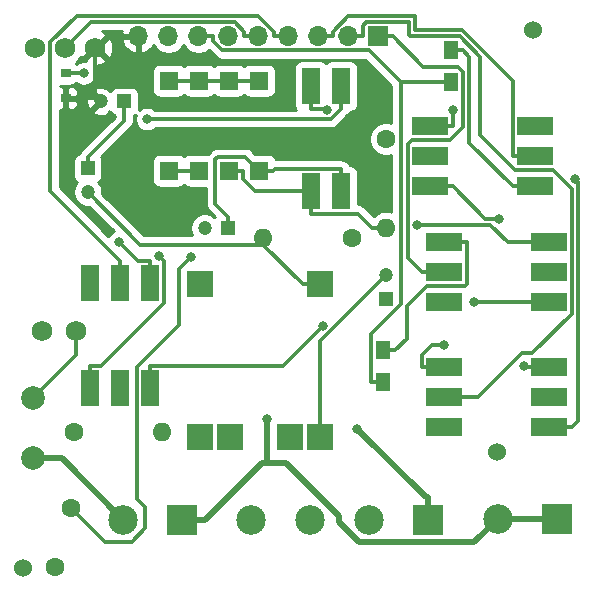
<source format=gtl>
G04 #@! TF.GenerationSoftware,KiCad,Pcbnew,5.1.6-c6e7f7d~87~ubuntu18.04.1*
G04 #@! TF.CreationDate,2020-10-13T20:33:34+05:30*
G04 #@! TF.ProjectId,BackEnd_4S_v1,4261636b-456e-4645-9f34-535f76312e6b,rev?*
G04 #@! TF.SameCoordinates,Original*
G04 #@! TF.FileFunction,Copper,L1,Top*
G04 #@! TF.FilePolarity,Positive*
%FSLAX46Y46*%
G04 Gerber Fmt 4.6, Leading zero omitted, Abs format (unit mm)*
G04 Created by KiCad (PCBNEW 5.1.6-c6e7f7d~87~ubuntu18.04.1) date 2020-10-13 20:33:34*
%MOMM*%
%LPD*%
G01*
G04 APERTURE LIST*
G04 #@! TA.AperFunction,ComponentPad*
%ADD10R,1.200000X1.200000*%
G04 #@! TD*
G04 #@! TA.AperFunction,ComponentPad*
%ADD11C,1.200000*%
G04 #@! TD*
G04 #@! TA.AperFunction,ComponentPad*
%ADD12C,1.750000*%
G04 #@! TD*
G04 #@! TA.AperFunction,ComponentPad*
%ADD13C,1.524000*%
G04 #@! TD*
G04 #@! TA.AperFunction,SMDPad,CuDef*
%ADD14R,1.600000X3.100000*%
G04 #@! TD*
G04 #@! TA.AperFunction,SMDPad,CuDef*
%ADD15R,1.600000X1.600000*%
G04 #@! TD*
G04 #@! TA.AperFunction,ComponentPad*
%ADD16C,2.000000*%
G04 #@! TD*
G04 #@! TA.AperFunction,SMDPad,CuDef*
%ADD17R,3.100000X1.600000*%
G04 #@! TD*
G04 #@! TA.AperFunction,ComponentPad*
%ADD18R,1.700000X1.700000*%
G04 #@! TD*
G04 #@! TA.AperFunction,ComponentPad*
%ADD19O,1.700000X1.700000*%
G04 #@! TD*
G04 #@! TA.AperFunction,ComponentPad*
%ADD20C,1.600000*%
G04 #@! TD*
G04 #@! TA.AperFunction,ComponentPad*
%ADD21O,1.600000X1.600000*%
G04 #@! TD*
G04 #@! TA.AperFunction,SMDPad,CuDef*
%ADD22R,0.900000X0.800000*%
G04 #@! TD*
G04 #@! TA.AperFunction,ComponentPad*
%ADD23C,2.500000*%
G04 #@! TD*
G04 #@! TA.AperFunction,ComponentPad*
%ADD24R,2.500000X2.500000*%
G04 #@! TD*
G04 #@! TA.AperFunction,SMDPad,CuDef*
%ADD25R,1.300000X1.500000*%
G04 #@! TD*
G04 #@! TA.AperFunction,ComponentPad*
%ADD26R,2.286000X2.286000*%
G04 #@! TD*
G04 #@! TA.AperFunction,ViaPad*
%ADD27C,0.800000*%
G04 #@! TD*
G04 #@! TA.AperFunction,Conductor*
%ADD28C,0.300000*%
G04 #@! TD*
G04 #@! TA.AperFunction,Conductor*
%ADD29C,0.500000*%
G04 #@! TD*
G04 #@! TA.AperFunction,Conductor*
%ADD30C,0.254000*%
G04 #@! TD*
G04 APERTURE END LIST*
D10*
X174160000Y-55339000D03*
D11*
X174160000Y-57339000D03*
D12*
X170308000Y-69140700D03*
X173168000Y-69140700D03*
X172278000Y-45140700D03*
X169738000Y-45140700D03*
X174818000Y-45140700D03*
D13*
X208788000Y-79306400D03*
X168694000Y-89159100D03*
X211894000Y-43596600D03*
D14*
X195610000Y-48369200D03*
X193070000Y-57259200D03*
X193070000Y-48369200D03*
X195610000Y-57259200D03*
D10*
X177264000Y-49662100D03*
D11*
X175264000Y-49662100D03*
D10*
X199400000Y-66400700D03*
D11*
X199400000Y-64400700D03*
D10*
X186063000Y-60383400D03*
D11*
X184063000Y-60383400D03*
D15*
X181049000Y-55524400D03*
X188669000Y-47904400D03*
X183589000Y-55524400D03*
X186129000Y-47904400D03*
X186129000Y-55524400D03*
X183589000Y-47904400D03*
X188669000Y-55524400D03*
X181049000Y-47904400D03*
D16*
X169515000Y-79883000D03*
X169525000Y-74803000D03*
D14*
X179460000Y-65067200D03*
X174380000Y-73957200D03*
X176920000Y-65067200D03*
X176920000Y-73957200D03*
X174380000Y-65067200D03*
X179460000Y-73957200D03*
D17*
X212060000Y-56852800D03*
X203170000Y-51772800D03*
X212060000Y-54312800D03*
X203170000Y-54312800D03*
X212060000Y-51772800D03*
X203170000Y-56852800D03*
X204353000Y-72143600D03*
X213243000Y-77223600D03*
X204353000Y-74683600D03*
X213243000Y-74683600D03*
X204353000Y-77223600D03*
X213243000Y-72143600D03*
X204353000Y-61589900D03*
X213243000Y-66669900D03*
X204353000Y-64129900D03*
X213243000Y-64129900D03*
X204353000Y-66669900D03*
X213243000Y-61589900D03*
D18*
X198780000Y-44145200D03*
D19*
X196240000Y-44145200D03*
X193700000Y-44145200D03*
X191160000Y-44145200D03*
X188620000Y-44145200D03*
X186080000Y-44145200D03*
X183540000Y-44145200D03*
X181000000Y-44145200D03*
X178460000Y-44145200D03*
D20*
X199410000Y-52857400D03*
D21*
X199410000Y-60357400D03*
X180479000Y-77683400D03*
D20*
X172979000Y-77683400D03*
D21*
X188997000Y-61206400D03*
D20*
X196497000Y-61206400D03*
D22*
X172281000Y-49383700D03*
X172281000Y-47283700D03*
D23*
X177179000Y-85095100D03*
D24*
X182179000Y-85095100D03*
X213886000Y-85013800D03*
D23*
X208886000Y-85013800D03*
X197964000Y-85095100D03*
D24*
X202964000Y-85095100D03*
D23*
X192964000Y-85095100D03*
X187964000Y-85095100D03*
D25*
X199179000Y-70747900D03*
X199179000Y-73447900D03*
X204899000Y-48047900D03*
X204899000Y-45347900D03*
D26*
X193858000Y-65131700D03*
X183678000Y-65131700D03*
X193838000Y-78051700D03*
X191298000Y-78051700D03*
X186218000Y-78051700D03*
X183678000Y-78051700D03*
D20*
X171412000Y-89051100D03*
X172712000Y-84051100D03*
D27*
X173834600Y-47283700D03*
X182885200Y-62855200D03*
X189357600Y-76534800D03*
X196992700Y-77413900D03*
X202053300Y-60093500D03*
X211086100Y-72092100D03*
X208994900Y-59591100D03*
X194089700Y-68645900D03*
X179204600Y-51152200D03*
X194423500Y-50387500D03*
X206884300Y-66669900D03*
X204293100Y-70286900D03*
X215409400Y-56245700D03*
X205070300Y-50419400D03*
X176825900Y-61565400D03*
X180186700Y-62767500D03*
D28*
X193070000Y-57259200D02*
X193070000Y-59159500D01*
X199410000Y-60357400D02*
X198259700Y-60357400D01*
X198259700Y-60357400D02*
X197061800Y-59159500D01*
X197061800Y-59159500D02*
X193070000Y-59159500D01*
X186129000Y-55524400D02*
X187279300Y-55524400D01*
X187279300Y-55524400D02*
X187279300Y-56243300D01*
X187279300Y-56243300D02*
X188295200Y-57259200D01*
X188295200Y-57259200D02*
X193070000Y-57259200D01*
X174818000Y-49383700D02*
X174985600Y-49383700D01*
X174985600Y-49383700D02*
X175264000Y-49662100D01*
X172281000Y-49383700D02*
X174818000Y-49383700D01*
X174818000Y-49383700D02*
X174818000Y-45140700D01*
X172281000Y-47283700D02*
X173834600Y-47283700D01*
D29*
X177179000Y-85095100D02*
X171966900Y-79883000D01*
X171966900Y-79883000D02*
X169515000Y-79883000D01*
D28*
X174160000Y-55339000D02*
X174160000Y-54388700D01*
X174160000Y-54388700D02*
X177264000Y-51284700D01*
X177264000Y-51284700D02*
X177264000Y-49662100D01*
X172712000Y-84051100D02*
X175611800Y-86950900D01*
X175611800Y-86950900D02*
X177869900Y-86950900D01*
X177869900Y-86950900D02*
X179010200Y-85810600D01*
X179010200Y-85810600D02*
X179010200Y-83995300D01*
X179010200Y-83995300D02*
X178309600Y-83294700D01*
X178309600Y-83294700D02*
X178309600Y-72137500D01*
X178309600Y-72137500D02*
X181851500Y-68595600D01*
X181851500Y-68595600D02*
X181851500Y-63888900D01*
X181851500Y-63888900D02*
X182885200Y-62855200D01*
D29*
X208886000Y-85013800D02*
X211985700Y-85013800D01*
X189357600Y-80268400D02*
X190950700Y-80268400D01*
X190950700Y-80268400D02*
X195464000Y-84781700D01*
X195464000Y-84781700D02*
X195464000Y-85310700D01*
X195464000Y-85310700D02*
X197148800Y-86995500D01*
X197148800Y-86995500D02*
X206904300Y-86995500D01*
X206904300Y-86995500D02*
X208886000Y-85013800D01*
X213886000Y-85013800D02*
X211985700Y-85013800D01*
X189357600Y-80268400D02*
X188906000Y-80268400D01*
X188906000Y-80268400D02*
X184079300Y-85095100D01*
X189357600Y-80268400D02*
X189357600Y-76534800D01*
X182179000Y-85095100D02*
X184079300Y-85095100D01*
D28*
X169525000Y-74803000D02*
X173168000Y-71160000D01*
X173168000Y-71160000D02*
X173168000Y-69140700D01*
X183589000Y-55524400D02*
X181049000Y-55524400D01*
X186129000Y-47904400D02*
X188669000Y-47904400D01*
X183589000Y-47904400D02*
X186129000Y-47904400D01*
X181049000Y-47904400D02*
X183589000Y-47904400D01*
X210943500Y-70968700D02*
X207228600Y-74683600D01*
X207228600Y-74683600D02*
X204353000Y-74683600D01*
X207400200Y-45884200D02*
X207400200Y-52500600D01*
X210362800Y-55463200D02*
X213546500Y-55463200D01*
X211798000Y-70968700D02*
X210943500Y-70968700D01*
X215143400Y-57060100D02*
X215143400Y-67623300D01*
X207400200Y-52500600D02*
X210362800Y-55463200D01*
X201430860Y-44126180D02*
X205642180Y-44126180D01*
X205642180Y-44126180D02*
X207400200Y-45884200D01*
X213546500Y-55463200D02*
X215143400Y-57060100D01*
X215143400Y-67623300D02*
X211798000Y-70968700D01*
X197740500Y-42944800D02*
X201321420Y-42944800D01*
X196240000Y-44145200D02*
X197440300Y-44145200D01*
X197440300Y-44145200D02*
X197440300Y-43245000D01*
X197440300Y-43245000D02*
X197740500Y-42944800D01*
X201321420Y-44016740D02*
X201430860Y-44126180D01*
X201321420Y-42944800D02*
X201321420Y-44016740D01*
X204353000Y-64129900D02*
X202452700Y-64129900D01*
X198780000Y-44145200D02*
X199980300Y-44145200D01*
X199980300Y-44145200D02*
X202585000Y-46749900D01*
X202585000Y-46749900D02*
X205496700Y-46749900D01*
X205496700Y-46749900D02*
X205938200Y-47191400D01*
X205938200Y-47191400D02*
X205938200Y-51851900D01*
X205938200Y-51851900D02*
X204866900Y-52923200D01*
X204866900Y-52923200D02*
X201616700Y-52923200D01*
X201616700Y-52923200D02*
X201269600Y-53270300D01*
X201269600Y-53270300D02*
X201269600Y-62946800D01*
X201269600Y-62946800D02*
X202452700Y-64129900D01*
X210159700Y-54312800D02*
X212060000Y-54312800D01*
X205849670Y-43626170D02*
X210159700Y-47936200D01*
X210159700Y-47936200D02*
X210159700Y-54312800D01*
X201913890Y-43626170D02*
X205849670Y-43626170D01*
X193700000Y-44145200D02*
X194900300Y-44145200D01*
X194900300Y-44145200D02*
X194900300Y-43770100D01*
X194900300Y-43770100D02*
X196225900Y-42444500D01*
X196225900Y-42444500D02*
X201880300Y-42444500D01*
X201880300Y-42444500D02*
X201880300Y-43592580D01*
X201880300Y-43592580D02*
X201913890Y-43626170D01*
X176920000Y-65067200D02*
X176920000Y-63166900D01*
X191160000Y-44145200D02*
X189959700Y-44145200D01*
X189959700Y-44145200D02*
X189959700Y-43770100D01*
X189959700Y-43770100D02*
X188595000Y-42405400D01*
X188595000Y-42405400D02*
X173258600Y-42405400D01*
X173258600Y-42405400D02*
X171008000Y-44656000D01*
X171008000Y-44656000D02*
X171008000Y-57254900D01*
X171008000Y-57254900D02*
X176920000Y-63166900D01*
X188620000Y-44145200D02*
X187419700Y-44145200D01*
X187419700Y-44145200D02*
X187419700Y-43770000D01*
X187419700Y-43770000D02*
X186594600Y-42944900D01*
X186594600Y-42944900D02*
X174473800Y-42944900D01*
X174473800Y-42944900D02*
X172278000Y-45140700D01*
D29*
X196992700Y-77413900D02*
X202773600Y-83194800D01*
X202773600Y-83194800D02*
X202964000Y-83194800D01*
X202964000Y-85095100D02*
X202964000Y-83194800D01*
D28*
X213243000Y-61589900D02*
X209717700Y-61589900D01*
X209717700Y-61589900D02*
X208221300Y-60093500D01*
X208221300Y-60093500D02*
X202053300Y-60093500D01*
X211086100Y-72092100D02*
X211291200Y-72092100D01*
X211291200Y-72092100D02*
X211342700Y-72143600D01*
X213243000Y-72143600D02*
X211342700Y-72143600D01*
X203170000Y-56852800D02*
X205070300Y-56852800D01*
X208994900Y-59591100D02*
X207808600Y-59591100D01*
X207808600Y-59591100D02*
X205070300Y-56852800D01*
X194089700Y-68645900D02*
X190678700Y-72056900D01*
X190678700Y-72056900D02*
X179460000Y-72056900D01*
X179460000Y-73957200D02*
X179460000Y-72056900D01*
X199179000Y-70747900D02*
X200179300Y-70747900D01*
X200179300Y-70747900D02*
X201165100Y-69762100D01*
X201165100Y-69762100D02*
X201165100Y-67001500D01*
X201165100Y-67001500D02*
X202886300Y-65280300D01*
X202886300Y-65280300D02*
X206117600Y-65280300D01*
X206117600Y-65280300D02*
X206253300Y-65144600D01*
X206253300Y-65144600D02*
X206253300Y-61589900D01*
X204353000Y-61589900D02*
X206253300Y-61589900D01*
X183540000Y-44145200D02*
X184740300Y-44145200D01*
X184740300Y-44145200D02*
X184740300Y-44520400D01*
X184740300Y-44520400D02*
X185565400Y-45345500D01*
X185565400Y-45345500D02*
X197962400Y-45345500D01*
X197962400Y-45345500D02*
X200664800Y-48047900D01*
X199179000Y-73447900D02*
X198178700Y-73447900D01*
X200664800Y-48047900D02*
X200664800Y-66852300D01*
X200664800Y-66852300D02*
X198178700Y-69338400D01*
X198178700Y-69338400D02*
X198178700Y-73447900D01*
X200664800Y-48047900D02*
X204075700Y-48047900D01*
X204899000Y-48047900D02*
X204075700Y-48047900D01*
X179204600Y-51152200D02*
X194727300Y-51152200D01*
X194727300Y-51152200D02*
X195610000Y-50269500D01*
X195610000Y-48369200D02*
X195610000Y-50269500D01*
X193070000Y-50269500D02*
X194305500Y-50269500D01*
X194305500Y-50269500D02*
X194423500Y-50387500D01*
X193070000Y-48369200D02*
X193070000Y-50269500D01*
X213243000Y-66669900D02*
X206884300Y-66669900D01*
X202452700Y-72143600D02*
X202452700Y-71161500D01*
X202452700Y-71161500D02*
X203327300Y-70286900D01*
X203327300Y-70286900D02*
X204293100Y-70286900D01*
X204353000Y-72143600D02*
X202452700Y-72143600D01*
X215143300Y-77223600D02*
X215643800Y-76723100D01*
X215643800Y-76723100D02*
X215643800Y-56480100D01*
X215643800Y-56480100D02*
X215409400Y-56245700D01*
X213243000Y-77223600D02*
X215143300Y-77223600D01*
X212060000Y-56852800D02*
X210159700Y-56852800D01*
X204899000Y-45347900D02*
X205899300Y-45347900D01*
X205899300Y-45347900D02*
X206452000Y-45900600D01*
X206452000Y-45900600D02*
X206452000Y-53145100D01*
X206452000Y-53145100D02*
X210159700Y-56852800D01*
X205070300Y-51772800D02*
X205070300Y-50419400D01*
X203170000Y-51772800D02*
X205070300Y-51772800D01*
X179460000Y-65067200D02*
X179460000Y-63166900D01*
X176825900Y-61565400D02*
X178427400Y-63166900D01*
X178427400Y-63166900D02*
X179460000Y-63166900D01*
X174380000Y-72056900D02*
X175315700Y-72056900D01*
X175315700Y-72056900D02*
X180610400Y-66762200D01*
X180610400Y-66762200D02*
X180610400Y-63191200D01*
X180610400Y-63191200D02*
X180186700Y-62767500D01*
X174380000Y-73957200D02*
X174380000Y-72056900D01*
X188997000Y-61781500D02*
X178602500Y-61781500D01*
X178602500Y-61781500D02*
X174160000Y-57339000D01*
X193858000Y-65131700D02*
X192364700Y-65131700D01*
X192364700Y-65131700D02*
X189014500Y-61781500D01*
X189014500Y-61781500D02*
X188997000Y-61781500D01*
X188997000Y-61206400D02*
X188997000Y-61781500D01*
X193838000Y-78051700D02*
X193838000Y-69962700D01*
X193838000Y-69962700D02*
X199400000Y-64400700D01*
X186063000Y-60383400D02*
X186063000Y-59433100D01*
X186063000Y-59433100D02*
X184978600Y-58348700D01*
X184978600Y-58348700D02*
X184978600Y-54577800D01*
X184978600Y-54577800D02*
X185182400Y-54374000D01*
X185182400Y-54374000D02*
X187518600Y-54374000D01*
X187518600Y-54374000D02*
X188669000Y-55524400D01*
X188669000Y-55524400D02*
X189819300Y-55524400D01*
X195610000Y-57259200D02*
X195610000Y-55358900D01*
X195610000Y-55358900D02*
X189984800Y-55358900D01*
X189984800Y-55358900D02*
X189819300Y-55524400D01*
D30*
G36*
X177018519Y-43788309D02*
G01*
X177139186Y-44018200D01*
X178333000Y-44018200D01*
X178333000Y-43998200D01*
X178587000Y-43998200D01*
X178587000Y-44018200D01*
X178607000Y-44018200D01*
X178607000Y-44272200D01*
X178587000Y-44272200D01*
X178587000Y-45465355D01*
X178816890Y-45586676D01*
X178964099Y-45542025D01*
X179226920Y-45416841D01*
X179460269Y-45242788D01*
X179655178Y-45026555D01*
X179724805Y-44909666D01*
X179846525Y-45091832D01*
X180053368Y-45298675D01*
X180296589Y-45461190D01*
X180566842Y-45573132D01*
X180853740Y-45630200D01*
X181146260Y-45630200D01*
X181433158Y-45573132D01*
X181703411Y-45461190D01*
X181946632Y-45298675D01*
X182153475Y-45091832D01*
X182270000Y-44917440D01*
X182386525Y-45091832D01*
X182593368Y-45298675D01*
X182836589Y-45461190D01*
X183106842Y-45573132D01*
X183393740Y-45630200D01*
X183686260Y-45630200D01*
X183973158Y-45573132D01*
X184243411Y-45461190D01*
X184439746Y-45330003D01*
X184983053Y-45873310D01*
X185007636Y-45903264D01*
X185127167Y-46001362D01*
X185263540Y-46074254D01*
X185411513Y-46119142D01*
X185486426Y-46126520D01*
X185526839Y-46130500D01*
X185526844Y-46130500D01*
X185565400Y-46134297D01*
X185603956Y-46130500D01*
X197637243Y-46130500D01*
X199879800Y-48373057D01*
X199879800Y-51498766D01*
X199828574Y-51477547D01*
X199551335Y-51422400D01*
X199268665Y-51422400D01*
X198991426Y-51477547D01*
X198730273Y-51585720D01*
X198495241Y-51742763D01*
X198295363Y-51942641D01*
X198138320Y-52177673D01*
X198030147Y-52438826D01*
X197975000Y-52716065D01*
X197975000Y-52998735D01*
X198030147Y-53275974D01*
X198138320Y-53537127D01*
X198295363Y-53772159D01*
X198495241Y-53972037D01*
X198730273Y-54129080D01*
X198991426Y-54237253D01*
X199268665Y-54292400D01*
X199551335Y-54292400D01*
X199828574Y-54237253D01*
X199879800Y-54216034D01*
X199879801Y-58998766D01*
X199828574Y-58977547D01*
X199551335Y-58922400D01*
X199268665Y-58922400D01*
X198991426Y-58977547D01*
X198730273Y-59085720D01*
X198495241Y-59242763D01*
X198375231Y-59362773D01*
X197644147Y-58631690D01*
X197619564Y-58601736D01*
X197500033Y-58503638D01*
X197363660Y-58430746D01*
X197215687Y-58385859D01*
X197100361Y-58374500D01*
X197100353Y-58374500D01*
X197061800Y-58370703D01*
X197048072Y-58372055D01*
X197048072Y-55709200D01*
X197035812Y-55584718D01*
X196999502Y-55465020D01*
X196940537Y-55354706D01*
X196861185Y-55258015D01*
X196764494Y-55178663D01*
X196654180Y-55119698D01*
X196534482Y-55083388D01*
X196410000Y-55071128D01*
X196343028Y-55071128D01*
X196338754Y-55057040D01*
X196265862Y-54920667D01*
X196167764Y-54801136D01*
X196048233Y-54703038D01*
X195911860Y-54630146D01*
X195763887Y-54585259D01*
X195648561Y-54573900D01*
X195610000Y-54570102D01*
X195571440Y-54573900D01*
X190086920Y-54573900D01*
X190058502Y-54480220D01*
X189999537Y-54369906D01*
X189920185Y-54273215D01*
X189823494Y-54193863D01*
X189713180Y-54134898D01*
X189593482Y-54098588D01*
X189469000Y-54086328D01*
X188341085Y-54086328D01*
X188100947Y-53846190D01*
X188076364Y-53816236D01*
X187956833Y-53718138D01*
X187820460Y-53645246D01*
X187672487Y-53600359D01*
X187557161Y-53589000D01*
X187557153Y-53589000D01*
X187518600Y-53585203D01*
X187480047Y-53589000D01*
X185220956Y-53589000D01*
X185182400Y-53585203D01*
X185143844Y-53589000D01*
X185143839Y-53589000D01*
X185103426Y-53592980D01*
X185028513Y-53600358D01*
X184914981Y-53634799D01*
X184880540Y-53645246D01*
X184744167Y-53718138D01*
X184624636Y-53816236D01*
X184600050Y-53846194D01*
X184450786Y-53995457D01*
X184420837Y-54020036D01*
X184396259Y-54049984D01*
X184396255Y-54049988D01*
X184378075Y-54072141D01*
X184366432Y-54086328D01*
X182789000Y-54086328D01*
X182664518Y-54098588D01*
X182544820Y-54134898D01*
X182434506Y-54193863D01*
X182337815Y-54273215D01*
X182319000Y-54296141D01*
X182300185Y-54273215D01*
X182203494Y-54193863D01*
X182093180Y-54134898D01*
X181973482Y-54098588D01*
X181849000Y-54086328D01*
X180249000Y-54086328D01*
X180124518Y-54098588D01*
X180004820Y-54134898D01*
X179894506Y-54193863D01*
X179797815Y-54273215D01*
X179718463Y-54369906D01*
X179659498Y-54480220D01*
X179623188Y-54599918D01*
X179610928Y-54724400D01*
X179610928Y-56324400D01*
X179623188Y-56448882D01*
X179659498Y-56568580D01*
X179718463Y-56678894D01*
X179797815Y-56775585D01*
X179894506Y-56854937D01*
X180004820Y-56913902D01*
X180124518Y-56950212D01*
X180249000Y-56962472D01*
X181849000Y-56962472D01*
X181973482Y-56950212D01*
X182093180Y-56913902D01*
X182203494Y-56854937D01*
X182300185Y-56775585D01*
X182319000Y-56752659D01*
X182337815Y-56775585D01*
X182434506Y-56854937D01*
X182544820Y-56913902D01*
X182664518Y-56950212D01*
X182789000Y-56962472D01*
X184193600Y-56962472D01*
X184193600Y-58310147D01*
X184189803Y-58348700D01*
X184193600Y-58387253D01*
X184193600Y-58387260D01*
X184204959Y-58502586D01*
X184249846Y-58650559D01*
X184322738Y-58786932D01*
X184420836Y-58906464D01*
X184450790Y-58931047D01*
X184939759Y-59420016D01*
X184932463Y-59428906D01*
X184905501Y-59479347D01*
X184850267Y-59424113D01*
X184647992Y-59288957D01*
X184423236Y-59195860D01*
X184184637Y-59148400D01*
X183941363Y-59148400D01*
X183702764Y-59195860D01*
X183478008Y-59288957D01*
X183275733Y-59424113D01*
X183103713Y-59596133D01*
X182968557Y-59798408D01*
X182875460Y-60023164D01*
X182828000Y-60261763D01*
X182828000Y-60505037D01*
X182875460Y-60743636D01*
X182968557Y-60968392D01*
X182987338Y-60996500D01*
X178927657Y-60996500D01*
X175394468Y-57463311D01*
X175395000Y-57460637D01*
X175395000Y-57217363D01*
X175347540Y-56978764D01*
X175254443Y-56754008D01*
X175119287Y-56551733D01*
X175064053Y-56496499D01*
X175114494Y-56469537D01*
X175211185Y-56390185D01*
X175290537Y-56293494D01*
X175349502Y-56183180D01*
X175385812Y-56063482D01*
X175398072Y-55939000D01*
X175398072Y-54739000D01*
X175385812Y-54614518D01*
X175349502Y-54494820D01*
X175290537Y-54384506D01*
X175283241Y-54375616D01*
X177791817Y-51867041D01*
X177821764Y-51842464D01*
X177849998Y-51808062D01*
X177870450Y-51783141D01*
X177919862Y-51722933D01*
X177992754Y-51586560D01*
X178025823Y-51477547D01*
X178037642Y-51438587D01*
X178045020Y-51363674D01*
X178049000Y-51323261D01*
X178049000Y-51323256D01*
X178052797Y-51284700D01*
X178049000Y-51246144D01*
X178049000Y-50869554D01*
X178108180Y-50851602D01*
X178218494Y-50792637D01*
X178240864Y-50774278D01*
X178209374Y-50850302D01*
X178169600Y-51050261D01*
X178169600Y-51254139D01*
X178209374Y-51454098D01*
X178287395Y-51642456D01*
X178400663Y-51811974D01*
X178544826Y-51956137D01*
X178714344Y-52069405D01*
X178902702Y-52147426D01*
X179102661Y-52187200D01*
X179306539Y-52187200D01*
X179506498Y-52147426D01*
X179694856Y-52069405D01*
X179864374Y-51956137D01*
X179883311Y-51937200D01*
X194688747Y-51937200D01*
X194727300Y-51940997D01*
X194765853Y-51937200D01*
X194765861Y-51937200D01*
X194881187Y-51925841D01*
X195029160Y-51880954D01*
X195165533Y-51808062D01*
X195285064Y-51709964D01*
X195309647Y-51680010D01*
X196137815Y-50851843D01*
X196167764Y-50827264D01*
X196192346Y-50797312D01*
X196216450Y-50767941D01*
X196265862Y-50707733D01*
X196338754Y-50571360D01*
X196343028Y-50557272D01*
X196410000Y-50557272D01*
X196534482Y-50545012D01*
X196654180Y-50508702D01*
X196764494Y-50449737D01*
X196861185Y-50370385D01*
X196940537Y-50273694D01*
X196999502Y-50163380D01*
X197035812Y-50043682D01*
X197048072Y-49919200D01*
X197048072Y-46819200D01*
X197035812Y-46694718D01*
X196999502Y-46575020D01*
X196940537Y-46464706D01*
X196861185Y-46368015D01*
X196764494Y-46288663D01*
X196654180Y-46229698D01*
X196534482Y-46193388D01*
X196410000Y-46181128D01*
X194810000Y-46181128D01*
X194685518Y-46193388D01*
X194565820Y-46229698D01*
X194455506Y-46288663D01*
X194358815Y-46368015D01*
X194340000Y-46390941D01*
X194321185Y-46368015D01*
X194224494Y-46288663D01*
X194114180Y-46229698D01*
X193994482Y-46193388D01*
X193870000Y-46181128D01*
X192270000Y-46181128D01*
X192145518Y-46193388D01*
X192025820Y-46229698D01*
X191915506Y-46288663D01*
X191818815Y-46368015D01*
X191739463Y-46464706D01*
X191680498Y-46575020D01*
X191644188Y-46694718D01*
X191631928Y-46819200D01*
X191631928Y-49919200D01*
X191644188Y-50043682D01*
X191680498Y-50163380D01*
X191739463Y-50273694D01*
X191816201Y-50367200D01*
X179883311Y-50367200D01*
X179864374Y-50348263D01*
X179694856Y-50234995D01*
X179506498Y-50156974D01*
X179306539Y-50117200D01*
X179102661Y-50117200D01*
X178902702Y-50156974D01*
X178714344Y-50234995D01*
X178544826Y-50348263D01*
X178482542Y-50410547D01*
X178489812Y-50386582D01*
X178502072Y-50262100D01*
X178502072Y-49062100D01*
X178489812Y-48937618D01*
X178453502Y-48817920D01*
X178394537Y-48707606D01*
X178315185Y-48610915D01*
X178218494Y-48531563D01*
X178108180Y-48472598D01*
X177988482Y-48436288D01*
X177864000Y-48424028D01*
X176664000Y-48424028D01*
X176539518Y-48436288D01*
X176419820Y-48472598D01*
X176309506Y-48531563D01*
X176212815Y-48610915D01*
X176133463Y-48707606D01*
X176109142Y-48753106D01*
X176051264Y-48695228D01*
X175934158Y-48812334D01*
X175886852Y-48588752D01*
X175665484Y-48487863D01*
X175428687Y-48432100D01*
X175185562Y-48423605D01*
X174945451Y-48462705D01*
X174717582Y-48547898D01*
X174641148Y-48588752D01*
X174593841Y-48812336D01*
X175264000Y-49482495D01*
X175278143Y-49468353D01*
X175457748Y-49647958D01*
X175443605Y-49662100D01*
X175457748Y-49676243D01*
X175278143Y-49855848D01*
X175264000Y-49841705D01*
X174593841Y-50511864D01*
X174641148Y-50735448D01*
X174862516Y-50836337D01*
X175099313Y-50892100D01*
X175342438Y-50900595D01*
X175582549Y-50861495D01*
X175810418Y-50776302D01*
X175886852Y-50735448D01*
X175934158Y-50511866D01*
X176051264Y-50628972D01*
X176109142Y-50571094D01*
X176133463Y-50616594D01*
X176212815Y-50713285D01*
X176309506Y-50792637D01*
X176419820Y-50851602D01*
X176479000Y-50869554D01*
X176479000Y-50959542D01*
X173632185Y-53806358D01*
X173602237Y-53830936D01*
X173577659Y-53860884D01*
X173577655Y-53860888D01*
X173566429Y-53874567D01*
X173504139Y-53950467D01*
X173492610Y-53972037D01*
X173431246Y-54086841D01*
X173422011Y-54117285D01*
X173315820Y-54149498D01*
X173205506Y-54208463D01*
X173108815Y-54287815D01*
X173029463Y-54384506D01*
X172970498Y-54494820D01*
X172934188Y-54614518D01*
X172921928Y-54739000D01*
X172921928Y-55939000D01*
X172934188Y-56063482D01*
X172970498Y-56183180D01*
X173029463Y-56293494D01*
X173108815Y-56390185D01*
X173205506Y-56469537D01*
X173255947Y-56496499D01*
X173200713Y-56551733D01*
X173065557Y-56754008D01*
X172972460Y-56978764D01*
X172925000Y-57217363D01*
X172925000Y-57460637D01*
X172972460Y-57699236D01*
X173065557Y-57923992D01*
X173200713Y-58126267D01*
X173372733Y-58298287D01*
X173575008Y-58433443D01*
X173799764Y-58526540D01*
X174038363Y-58574000D01*
X174281637Y-58574000D01*
X174284311Y-58573468D01*
X176352186Y-60641343D01*
X176335644Y-60648195D01*
X176166126Y-60761463D01*
X176021963Y-60905626D01*
X175920594Y-61057337D01*
X171793000Y-56929743D01*
X171793000Y-50418029D01*
X171831000Y-50421772D01*
X171995250Y-50418700D01*
X172154000Y-50259950D01*
X172154000Y-49510700D01*
X172408000Y-49510700D01*
X172408000Y-50259950D01*
X172566750Y-50418700D01*
X172731000Y-50421772D01*
X172855482Y-50409512D01*
X172975180Y-50373202D01*
X173085494Y-50314237D01*
X173182185Y-50234885D01*
X173261537Y-50138194D01*
X173320502Y-50027880D01*
X173356812Y-49908182D01*
X173369072Y-49783700D01*
X173367912Y-49740538D01*
X174025505Y-49740538D01*
X174064605Y-49980649D01*
X174149798Y-50208518D01*
X174190652Y-50284952D01*
X174414236Y-50332259D01*
X175084395Y-49662100D01*
X174414236Y-48991941D01*
X174190652Y-49039248D01*
X174089763Y-49260616D01*
X174034000Y-49497413D01*
X174025505Y-49740538D01*
X173367912Y-49740538D01*
X173366000Y-49669450D01*
X173207250Y-49510700D01*
X172408000Y-49510700D01*
X172154000Y-49510700D01*
X172134000Y-49510700D01*
X172134000Y-49256700D01*
X172154000Y-49256700D01*
X172154000Y-48507450D01*
X172408000Y-48507450D01*
X172408000Y-49256700D01*
X173207250Y-49256700D01*
X173366000Y-49097950D01*
X173369072Y-48983700D01*
X173356812Y-48859218D01*
X173320502Y-48739520D01*
X173261537Y-48629206D01*
X173182185Y-48532515D01*
X173085494Y-48453163D01*
X172975180Y-48394198D01*
X172855482Y-48357888D01*
X172731000Y-48345628D01*
X172566750Y-48348700D01*
X172408000Y-48507450D01*
X172154000Y-48507450D01*
X171995250Y-48348700D01*
X171831000Y-48345628D01*
X171793000Y-48349371D01*
X171793000Y-48318029D01*
X171831000Y-48321772D01*
X172731000Y-48321772D01*
X172855482Y-48309512D01*
X172975180Y-48273202D01*
X173085494Y-48214237D01*
X173182185Y-48134885D01*
X173204622Y-48107546D01*
X173344344Y-48200905D01*
X173532702Y-48278926D01*
X173732661Y-48318700D01*
X173936539Y-48318700D01*
X174136498Y-48278926D01*
X174324856Y-48200905D01*
X174494374Y-48087637D01*
X174638537Y-47943474D01*
X174751805Y-47773956D01*
X174829826Y-47585598D01*
X174869600Y-47385639D01*
X174869600Y-47181761D01*
X174854213Y-47104400D01*
X179610928Y-47104400D01*
X179610928Y-48704400D01*
X179623188Y-48828882D01*
X179659498Y-48948580D01*
X179718463Y-49058894D01*
X179797815Y-49155585D01*
X179894506Y-49234937D01*
X180004820Y-49293902D01*
X180124518Y-49330212D01*
X180249000Y-49342472D01*
X181849000Y-49342472D01*
X181973482Y-49330212D01*
X182093180Y-49293902D01*
X182203494Y-49234937D01*
X182300185Y-49155585D01*
X182319000Y-49132659D01*
X182337815Y-49155585D01*
X182434506Y-49234937D01*
X182544820Y-49293902D01*
X182664518Y-49330212D01*
X182789000Y-49342472D01*
X184389000Y-49342472D01*
X184513482Y-49330212D01*
X184633180Y-49293902D01*
X184743494Y-49234937D01*
X184840185Y-49155585D01*
X184859000Y-49132659D01*
X184877815Y-49155585D01*
X184974506Y-49234937D01*
X185084820Y-49293902D01*
X185204518Y-49330212D01*
X185329000Y-49342472D01*
X186929000Y-49342472D01*
X187053482Y-49330212D01*
X187173180Y-49293902D01*
X187283494Y-49234937D01*
X187380185Y-49155585D01*
X187399000Y-49132659D01*
X187417815Y-49155585D01*
X187514506Y-49234937D01*
X187624820Y-49293902D01*
X187744518Y-49330212D01*
X187869000Y-49342472D01*
X189469000Y-49342472D01*
X189593482Y-49330212D01*
X189713180Y-49293902D01*
X189823494Y-49234937D01*
X189920185Y-49155585D01*
X189999537Y-49058894D01*
X190058502Y-48948580D01*
X190094812Y-48828882D01*
X190107072Y-48704400D01*
X190107072Y-47104400D01*
X190094812Y-46979918D01*
X190058502Y-46860220D01*
X189999537Y-46749906D01*
X189920185Y-46653215D01*
X189823494Y-46573863D01*
X189713180Y-46514898D01*
X189593482Y-46478588D01*
X189469000Y-46466328D01*
X187869000Y-46466328D01*
X187744518Y-46478588D01*
X187624820Y-46514898D01*
X187514506Y-46573863D01*
X187417815Y-46653215D01*
X187399000Y-46676141D01*
X187380185Y-46653215D01*
X187283494Y-46573863D01*
X187173180Y-46514898D01*
X187053482Y-46478588D01*
X186929000Y-46466328D01*
X185329000Y-46466328D01*
X185204518Y-46478588D01*
X185084820Y-46514898D01*
X184974506Y-46573863D01*
X184877815Y-46653215D01*
X184859000Y-46676141D01*
X184840185Y-46653215D01*
X184743494Y-46573863D01*
X184633180Y-46514898D01*
X184513482Y-46478588D01*
X184389000Y-46466328D01*
X182789000Y-46466328D01*
X182664518Y-46478588D01*
X182544820Y-46514898D01*
X182434506Y-46573863D01*
X182337815Y-46653215D01*
X182319000Y-46676141D01*
X182300185Y-46653215D01*
X182203494Y-46573863D01*
X182093180Y-46514898D01*
X181973482Y-46478588D01*
X181849000Y-46466328D01*
X180249000Y-46466328D01*
X180124518Y-46478588D01*
X180004820Y-46514898D01*
X179894506Y-46573863D01*
X179797815Y-46653215D01*
X179718463Y-46749906D01*
X179659498Y-46860220D01*
X179623188Y-46979918D01*
X179610928Y-47104400D01*
X174854213Y-47104400D01*
X174829826Y-46981802D01*
X174751805Y-46793444D01*
X174651923Y-46643959D01*
X174885543Y-46656504D01*
X175179963Y-46614201D01*
X175460474Y-46515272D01*
X175603975Y-46438568D01*
X175684635Y-46186940D01*
X174818000Y-45320305D01*
X173951365Y-46186940D01*
X173973520Y-46256056D01*
X173936539Y-46248700D01*
X173732661Y-46248700D01*
X173532702Y-46288474D01*
X173344344Y-46366495D01*
X173204622Y-46459854D01*
X173182185Y-46432515D01*
X173128512Y-46388467D01*
X173240569Y-46313593D01*
X173450893Y-46103269D01*
X173560288Y-45939547D01*
X173771760Y-46007335D01*
X174638395Y-45140700D01*
X174997605Y-45140700D01*
X175864240Y-46007335D01*
X176115868Y-45926675D01*
X176244267Y-45658371D01*
X176317855Y-45370174D01*
X176333804Y-45073157D01*
X176291501Y-44778737D01*
X176193936Y-44502091D01*
X177018519Y-44502091D01*
X177115843Y-44776452D01*
X177264822Y-45026555D01*
X177459731Y-45242788D01*
X177693080Y-45416841D01*
X177955901Y-45542025D01*
X178103110Y-45586676D01*
X178333000Y-45465355D01*
X178333000Y-44272200D01*
X177139186Y-44272200D01*
X177018519Y-44502091D01*
X176193936Y-44502091D01*
X176192572Y-44498226D01*
X176115868Y-44354725D01*
X175864240Y-44274065D01*
X174997605Y-45140700D01*
X174638395Y-45140700D01*
X174624253Y-45126558D01*
X174803858Y-44946953D01*
X174818000Y-44961095D01*
X175684635Y-44094460D01*
X175603975Y-43842832D01*
X175367991Y-43729900D01*
X177039238Y-43729900D01*
X177018519Y-43788309D01*
G37*
X177018519Y-43788309D02*
X177139186Y-44018200D01*
X178333000Y-44018200D01*
X178333000Y-43998200D01*
X178587000Y-43998200D01*
X178587000Y-44018200D01*
X178607000Y-44018200D01*
X178607000Y-44272200D01*
X178587000Y-44272200D01*
X178587000Y-45465355D01*
X178816890Y-45586676D01*
X178964099Y-45542025D01*
X179226920Y-45416841D01*
X179460269Y-45242788D01*
X179655178Y-45026555D01*
X179724805Y-44909666D01*
X179846525Y-45091832D01*
X180053368Y-45298675D01*
X180296589Y-45461190D01*
X180566842Y-45573132D01*
X180853740Y-45630200D01*
X181146260Y-45630200D01*
X181433158Y-45573132D01*
X181703411Y-45461190D01*
X181946632Y-45298675D01*
X182153475Y-45091832D01*
X182270000Y-44917440D01*
X182386525Y-45091832D01*
X182593368Y-45298675D01*
X182836589Y-45461190D01*
X183106842Y-45573132D01*
X183393740Y-45630200D01*
X183686260Y-45630200D01*
X183973158Y-45573132D01*
X184243411Y-45461190D01*
X184439746Y-45330003D01*
X184983053Y-45873310D01*
X185007636Y-45903264D01*
X185127167Y-46001362D01*
X185263540Y-46074254D01*
X185411513Y-46119142D01*
X185486426Y-46126520D01*
X185526839Y-46130500D01*
X185526844Y-46130500D01*
X185565400Y-46134297D01*
X185603956Y-46130500D01*
X197637243Y-46130500D01*
X199879800Y-48373057D01*
X199879800Y-51498766D01*
X199828574Y-51477547D01*
X199551335Y-51422400D01*
X199268665Y-51422400D01*
X198991426Y-51477547D01*
X198730273Y-51585720D01*
X198495241Y-51742763D01*
X198295363Y-51942641D01*
X198138320Y-52177673D01*
X198030147Y-52438826D01*
X197975000Y-52716065D01*
X197975000Y-52998735D01*
X198030147Y-53275974D01*
X198138320Y-53537127D01*
X198295363Y-53772159D01*
X198495241Y-53972037D01*
X198730273Y-54129080D01*
X198991426Y-54237253D01*
X199268665Y-54292400D01*
X199551335Y-54292400D01*
X199828574Y-54237253D01*
X199879800Y-54216034D01*
X199879801Y-58998766D01*
X199828574Y-58977547D01*
X199551335Y-58922400D01*
X199268665Y-58922400D01*
X198991426Y-58977547D01*
X198730273Y-59085720D01*
X198495241Y-59242763D01*
X198375231Y-59362773D01*
X197644147Y-58631690D01*
X197619564Y-58601736D01*
X197500033Y-58503638D01*
X197363660Y-58430746D01*
X197215687Y-58385859D01*
X197100361Y-58374500D01*
X197100353Y-58374500D01*
X197061800Y-58370703D01*
X197048072Y-58372055D01*
X197048072Y-55709200D01*
X197035812Y-55584718D01*
X196999502Y-55465020D01*
X196940537Y-55354706D01*
X196861185Y-55258015D01*
X196764494Y-55178663D01*
X196654180Y-55119698D01*
X196534482Y-55083388D01*
X196410000Y-55071128D01*
X196343028Y-55071128D01*
X196338754Y-55057040D01*
X196265862Y-54920667D01*
X196167764Y-54801136D01*
X196048233Y-54703038D01*
X195911860Y-54630146D01*
X195763887Y-54585259D01*
X195648561Y-54573900D01*
X195610000Y-54570102D01*
X195571440Y-54573900D01*
X190086920Y-54573900D01*
X190058502Y-54480220D01*
X189999537Y-54369906D01*
X189920185Y-54273215D01*
X189823494Y-54193863D01*
X189713180Y-54134898D01*
X189593482Y-54098588D01*
X189469000Y-54086328D01*
X188341085Y-54086328D01*
X188100947Y-53846190D01*
X188076364Y-53816236D01*
X187956833Y-53718138D01*
X187820460Y-53645246D01*
X187672487Y-53600359D01*
X187557161Y-53589000D01*
X187557153Y-53589000D01*
X187518600Y-53585203D01*
X187480047Y-53589000D01*
X185220956Y-53589000D01*
X185182400Y-53585203D01*
X185143844Y-53589000D01*
X185143839Y-53589000D01*
X185103426Y-53592980D01*
X185028513Y-53600358D01*
X184914981Y-53634799D01*
X184880540Y-53645246D01*
X184744167Y-53718138D01*
X184624636Y-53816236D01*
X184600050Y-53846194D01*
X184450786Y-53995457D01*
X184420837Y-54020036D01*
X184396259Y-54049984D01*
X184396255Y-54049988D01*
X184378075Y-54072141D01*
X184366432Y-54086328D01*
X182789000Y-54086328D01*
X182664518Y-54098588D01*
X182544820Y-54134898D01*
X182434506Y-54193863D01*
X182337815Y-54273215D01*
X182319000Y-54296141D01*
X182300185Y-54273215D01*
X182203494Y-54193863D01*
X182093180Y-54134898D01*
X181973482Y-54098588D01*
X181849000Y-54086328D01*
X180249000Y-54086328D01*
X180124518Y-54098588D01*
X180004820Y-54134898D01*
X179894506Y-54193863D01*
X179797815Y-54273215D01*
X179718463Y-54369906D01*
X179659498Y-54480220D01*
X179623188Y-54599918D01*
X179610928Y-54724400D01*
X179610928Y-56324400D01*
X179623188Y-56448882D01*
X179659498Y-56568580D01*
X179718463Y-56678894D01*
X179797815Y-56775585D01*
X179894506Y-56854937D01*
X180004820Y-56913902D01*
X180124518Y-56950212D01*
X180249000Y-56962472D01*
X181849000Y-56962472D01*
X181973482Y-56950212D01*
X182093180Y-56913902D01*
X182203494Y-56854937D01*
X182300185Y-56775585D01*
X182319000Y-56752659D01*
X182337815Y-56775585D01*
X182434506Y-56854937D01*
X182544820Y-56913902D01*
X182664518Y-56950212D01*
X182789000Y-56962472D01*
X184193600Y-56962472D01*
X184193600Y-58310147D01*
X184189803Y-58348700D01*
X184193600Y-58387253D01*
X184193600Y-58387260D01*
X184204959Y-58502586D01*
X184249846Y-58650559D01*
X184322738Y-58786932D01*
X184420836Y-58906464D01*
X184450790Y-58931047D01*
X184939759Y-59420016D01*
X184932463Y-59428906D01*
X184905501Y-59479347D01*
X184850267Y-59424113D01*
X184647992Y-59288957D01*
X184423236Y-59195860D01*
X184184637Y-59148400D01*
X183941363Y-59148400D01*
X183702764Y-59195860D01*
X183478008Y-59288957D01*
X183275733Y-59424113D01*
X183103713Y-59596133D01*
X182968557Y-59798408D01*
X182875460Y-60023164D01*
X182828000Y-60261763D01*
X182828000Y-60505037D01*
X182875460Y-60743636D01*
X182968557Y-60968392D01*
X182987338Y-60996500D01*
X178927657Y-60996500D01*
X175394468Y-57463311D01*
X175395000Y-57460637D01*
X175395000Y-57217363D01*
X175347540Y-56978764D01*
X175254443Y-56754008D01*
X175119287Y-56551733D01*
X175064053Y-56496499D01*
X175114494Y-56469537D01*
X175211185Y-56390185D01*
X175290537Y-56293494D01*
X175349502Y-56183180D01*
X175385812Y-56063482D01*
X175398072Y-55939000D01*
X175398072Y-54739000D01*
X175385812Y-54614518D01*
X175349502Y-54494820D01*
X175290537Y-54384506D01*
X175283241Y-54375616D01*
X177791817Y-51867041D01*
X177821764Y-51842464D01*
X177849998Y-51808062D01*
X177870450Y-51783141D01*
X177919862Y-51722933D01*
X177992754Y-51586560D01*
X178025823Y-51477547D01*
X178037642Y-51438587D01*
X178045020Y-51363674D01*
X178049000Y-51323261D01*
X178049000Y-51323256D01*
X178052797Y-51284700D01*
X178049000Y-51246144D01*
X178049000Y-50869554D01*
X178108180Y-50851602D01*
X178218494Y-50792637D01*
X178240864Y-50774278D01*
X178209374Y-50850302D01*
X178169600Y-51050261D01*
X178169600Y-51254139D01*
X178209374Y-51454098D01*
X178287395Y-51642456D01*
X178400663Y-51811974D01*
X178544826Y-51956137D01*
X178714344Y-52069405D01*
X178902702Y-52147426D01*
X179102661Y-52187200D01*
X179306539Y-52187200D01*
X179506498Y-52147426D01*
X179694856Y-52069405D01*
X179864374Y-51956137D01*
X179883311Y-51937200D01*
X194688747Y-51937200D01*
X194727300Y-51940997D01*
X194765853Y-51937200D01*
X194765861Y-51937200D01*
X194881187Y-51925841D01*
X195029160Y-51880954D01*
X195165533Y-51808062D01*
X195285064Y-51709964D01*
X195309647Y-51680010D01*
X196137815Y-50851843D01*
X196167764Y-50827264D01*
X196192346Y-50797312D01*
X196216450Y-50767941D01*
X196265862Y-50707733D01*
X196338754Y-50571360D01*
X196343028Y-50557272D01*
X196410000Y-50557272D01*
X196534482Y-50545012D01*
X196654180Y-50508702D01*
X196764494Y-50449737D01*
X196861185Y-50370385D01*
X196940537Y-50273694D01*
X196999502Y-50163380D01*
X197035812Y-50043682D01*
X197048072Y-49919200D01*
X197048072Y-46819200D01*
X197035812Y-46694718D01*
X196999502Y-46575020D01*
X196940537Y-46464706D01*
X196861185Y-46368015D01*
X196764494Y-46288663D01*
X196654180Y-46229698D01*
X196534482Y-46193388D01*
X196410000Y-46181128D01*
X194810000Y-46181128D01*
X194685518Y-46193388D01*
X194565820Y-46229698D01*
X194455506Y-46288663D01*
X194358815Y-46368015D01*
X194340000Y-46390941D01*
X194321185Y-46368015D01*
X194224494Y-46288663D01*
X194114180Y-46229698D01*
X193994482Y-46193388D01*
X193870000Y-46181128D01*
X192270000Y-46181128D01*
X192145518Y-46193388D01*
X192025820Y-46229698D01*
X191915506Y-46288663D01*
X191818815Y-46368015D01*
X191739463Y-46464706D01*
X191680498Y-46575020D01*
X191644188Y-46694718D01*
X191631928Y-46819200D01*
X191631928Y-49919200D01*
X191644188Y-50043682D01*
X191680498Y-50163380D01*
X191739463Y-50273694D01*
X191816201Y-50367200D01*
X179883311Y-50367200D01*
X179864374Y-50348263D01*
X179694856Y-50234995D01*
X179506498Y-50156974D01*
X179306539Y-50117200D01*
X179102661Y-50117200D01*
X178902702Y-50156974D01*
X178714344Y-50234995D01*
X178544826Y-50348263D01*
X178482542Y-50410547D01*
X178489812Y-50386582D01*
X178502072Y-50262100D01*
X178502072Y-49062100D01*
X178489812Y-48937618D01*
X178453502Y-48817920D01*
X178394537Y-48707606D01*
X178315185Y-48610915D01*
X178218494Y-48531563D01*
X178108180Y-48472598D01*
X177988482Y-48436288D01*
X177864000Y-48424028D01*
X176664000Y-48424028D01*
X176539518Y-48436288D01*
X176419820Y-48472598D01*
X176309506Y-48531563D01*
X176212815Y-48610915D01*
X176133463Y-48707606D01*
X176109142Y-48753106D01*
X176051264Y-48695228D01*
X175934158Y-48812334D01*
X175886852Y-48588752D01*
X175665484Y-48487863D01*
X175428687Y-48432100D01*
X175185562Y-48423605D01*
X174945451Y-48462705D01*
X174717582Y-48547898D01*
X174641148Y-48588752D01*
X174593841Y-48812336D01*
X175264000Y-49482495D01*
X175278143Y-49468353D01*
X175457748Y-49647958D01*
X175443605Y-49662100D01*
X175457748Y-49676243D01*
X175278143Y-49855848D01*
X175264000Y-49841705D01*
X174593841Y-50511864D01*
X174641148Y-50735448D01*
X174862516Y-50836337D01*
X175099313Y-50892100D01*
X175342438Y-50900595D01*
X175582549Y-50861495D01*
X175810418Y-50776302D01*
X175886852Y-50735448D01*
X175934158Y-50511866D01*
X176051264Y-50628972D01*
X176109142Y-50571094D01*
X176133463Y-50616594D01*
X176212815Y-50713285D01*
X176309506Y-50792637D01*
X176419820Y-50851602D01*
X176479000Y-50869554D01*
X176479000Y-50959542D01*
X173632185Y-53806358D01*
X173602237Y-53830936D01*
X173577659Y-53860884D01*
X173577655Y-53860888D01*
X173566429Y-53874567D01*
X173504139Y-53950467D01*
X173492610Y-53972037D01*
X173431246Y-54086841D01*
X173422011Y-54117285D01*
X173315820Y-54149498D01*
X173205506Y-54208463D01*
X173108815Y-54287815D01*
X173029463Y-54384506D01*
X172970498Y-54494820D01*
X172934188Y-54614518D01*
X172921928Y-54739000D01*
X172921928Y-55939000D01*
X172934188Y-56063482D01*
X172970498Y-56183180D01*
X173029463Y-56293494D01*
X173108815Y-56390185D01*
X173205506Y-56469537D01*
X173255947Y-56496499D01*
X173200713Y-56551733D01*
X173065557Y-56754008D01*
X172972460Y-56978764D01*
X172925000Y-57217363D01*
X172925000Y-57460637D01*
X172972460Y-57699236D01*
X173065557Y-57923992D01*
X173200713Y-58126267D01*
X173372733Y-58298287D01*
X173575008Y-58433443D01*
X173799764Y-58526540D01*
X174038363Y-58574000D01*
X174281637Y-58574000D01*
X174284311Y-58573468D01*
X176352186Y-60641343D01*
X176335644Y-60648195D01*
X176166126Y-60761463D01*
X176021963Y-60905626D01*
X175920594Y-61057337D01*
X171793000Y-56929743D01*
X171793000Y-50418029D01*
X171831000Y-50421772D01*
X171995250Y-50418700D01*
X172154000Y-50259950D01*
X172154000Y-49510700D01*
X172408000Y-49510700D01*
X172408000Y-50259950D01*
X172566750Y-50418700D01*
X172731000Y-50421772D01*
X172855482Y-50409512D01*
X172975180Y-50373202D01*
X173085494Y-50314237D01*
X173182185Y-50234885D01*
X173261537Y-50138194D01*
X173320502Y-50027880D01*
X173356812Y-49908182D01*
X173369072Y-49783700D01*
X173367912Y-49740538D01*
X174025505Y-49740538D01*
X174064605Y-49980649D01*
X174149798Y-50208518D01*
X174190652Y-50284952D01*
X174414236Y-50332259D01*
X175084395Y-49662100D01*
X174414236Y-48991941D01*
X174190652Y-49039248D01*
X174089763Y-49260616D01*
X174034000Y-49497413D01*
X174025505Y-49740538D01*
X173367912Y-49740538D01*
X173366000Y-49669450D01*
X173207250Y-49510700D01*
X172408000Y-49510700D01*
X172154000Y-49510700D01*
X172134000Y-49510700D01*
X172134000Y-49256700D01*
X172154000Y-49256700D01*
X172154000Y-48507450D01*
X172408000Y-48507450D01*
X172408000Y-49256700D01*
X173207250Y-49256700D01*
X173366000Y-49097950D01*
X173369072Y-48983700D01*
X173356812Y-48859218D01*
X173320502Y-48739520D01*
X173261537Y-48629206D01*
X173182185Y-48532515D01*
X173085494Y-48453163D01*
X172975180Y-48394198D01*
X172855482Y-48357888D01*
X172731000Y-48345628D01*
X172566750Y-48348700D01*
X172408000Y-48507450D01*
X172154000Y-48507450D01*
X171995250Y-48348700D01*
X171831000Y-48345628D01*
X171793000Y-48349371D01*
X171793000Y-48318029D01*
X171831000Y-48321772D01*
X172731000Y-48321772D01*
X172855482Y-48309512D01*
X172975180Y-48273202D01*
X173085494Y-48214237D01*
X173182185Y-48134885D01*
X173204622Y-48107546D01*
X173344344Y-48200905D01*
X173532702Y-48278926D01*
X173732661Y-48318700D01*
X173936539Y-48318700D01*
X174136498Y-48278926D01*
X174324856Y-48200905D01*
X174494374Y-48087637D01*
X174638537Y-47943474D01*
X174751805Y-47773956D01*
X174829826Y-47585598D01*
X174869600Y-47385639D01*
X174869600Y-47181761D01*
X174854213Y-47104400D01*
X179610928Y-47104400D01*
X179610928Y-48704400D01*
X179623188Y-48828882D01*
X179659498Y-48948580D01*
X179718463Y-49058894D01*
X179797815Y-49155585D01*
X179894506Y-49234937D01*
X180004820Y-49293902D01*
X180124518Y-49330212D01*
X180249000Y-49342472D01*
X181849000Y-49342472D01*
X181973482Y-49330212D01*
X182093180Y-49293902D01*
X182203494Y-49234937D01*
X182300185Y-49155585D01*
X182319000Y-49132659D01*
X182337815Y-49155585D01*
X182434506Y-49234937D01*
X182544820Y-49293902D01*
X182664518Y-49330212D01*
X182789000Y-49342472D01*
X184389000Y-49342472D01*
X184513482Y-49330212D01*
X184633180Y-49293902D01*
X184743494Y-49234937D01*
X184840185Y-49155585D01*
X184859000Y-49132659D01*
X184877815Y-49155585D01*
X184974506Y-49234937D01*
X185084820Y-49293902D01*
X185204518Y-49330212D01*
X185329000Y-49342472D01*
X186929000Y-49342472D01*
X187053482Y-49330212D01*
X187173180Y-49293902D01*
X187283494Y-49234937D01*
X187380185Y-49155585D01*
X187399000Y-49132659D01*
X187417815Y-49155585D01*
X187514506Y-49234937D01*
X187624820Y-49293902D01*
X187744518Y-49330212D01*
X187869000Y-49342472D01*
X189469000Y-49342472D01*
X189593482Y-49330212D01*
X189713180Y-49293902D01*
X189823494Y-49234937D01*
X189920185Y-49155585D01*
X189999537Y-49058894D01*
X190058502Y-48948580D01*
X190094812Y-48828882D01*
X190107072Y-48704400D01*
X190107072Y-47104400D01*
X190094812Y-46979918D01*
X190058502Y-46860220D01*
X189999537Y-46749906D01*
X189920185Y-46653215D01*
X189823494Y-46573863D01*
X189713180Y-46514898D01*
X189593482Y-46478588D01*
X189469000Y-46466328D01*
X187869000Y-46466328D01*
X187744518Y-46478588D01*
X187624820Y-46514898D01*
X187514506Y-46573863D01*
X187417815Y-46653215D01*
X187399000Y-46676141D01*
X187380185Y-46653215D01*
X187283494Y-46573863D01*
X187173180Y-46514898D01*
X187053482Y-46478588D01*
X186929000Y-46466328D01*
X185329000Y-46466328D01*
X185204518Y-46478588D01*
X185084820Y-46514898D01*
X184974506Y-46573863D01*
X184877815Y-46653215D01*
X184859000Y-46676141D01*
X184840185Y-46653215D01*
X184743494Y-46573863D01*
X184633180Y-46514898D01*
X184513482Y-46478588D01*
X184389000Y-46466328D01*
X182789000Y-46466328D01*
X182664518Y-46478588D01*
X182544820Y-46514898D01*
X182434506Y-46573863D01*
X182337815Y-46653215D01*
X182319000Y-46676141D01*
X182300185Y-46653215D01*
X182203494Y-46573863D01*
X182093180Y-46514898D01*
X181973482Y-46478588D01*
X181849000Y-46466328D01*
X180249000Y-46466328D01*
X180124518Y-46478588D01*
X180004820Y-46514898D01*
X179894506Y-46573863D01*
X179797815Y-46653215D01*
X179718463Y-46749906D01*
X179659498Y-46860220D01*
X179623188Y-46979918D01*
X179610928Y-47104400D01*
X174854213Y-47104400D01*
X174829826Y-46981802D01*
X174751805Y-46793444D01*
X174651923Y-46643959D01*
X174885543Y-46656504D01*
X175179963Y-46614201D01*
X175460474Y-46515272D01*
X175603975Y-46438568D01*
X175684635Y-46186940D01*
X174818000Y-45320305D01*
X173951365Y-46186940D01*
X173973520Y-46256056D01*
X173936539Y-46248700D01*
X173732661Y-46248700D01*
X173532702Y-46288474D01*
X173344344Y-46366495D01*
X173204622Y-46459854D01*
X173182185Y-46432515D01*
X173128512Y-46388467D01*
X173240569Y-46313593D01*
X173450893Y-46103269D01*
X173560288Y-45939547D01*
X173771760Y-46007335D01*
X174638395Y-45140700D01*
X174997605Y-45140700D01*
X175864240Y-46007335D01*
X176115868Y-45926675D01*
X176244267Y-45658371D01*
X176317855Y-45370174D01*
X176333804Y-45073157D01*
X176291501Y-44778737D01*
X176193936Y-44502091D01*
X177018519Y-44502091D01*
X177115843Y-44776452D01*
X177264822Y-45026555D01*
X177459731Y-45242788D01*
X177693080Y-45416841D01*
X177955901Y-45542025D01*
X178103110Y-45586676D01*
X178333000Y-45465355D01*
X178333000Y-44272200D01*
X177139186Y-44272200D01*
X177018519Y-44502091D01*
X176193936Y-44502091D01*
X176192572Y-44498226D01*
X176115868Y-44354725D01*
X175864240Y-44274065D01*
X174997605Y-45140700D01*
X174638395Y-45140700D01*
X174624253Y-45126558D01*
X174803858Y-44946953D01*
X174818000Y-44961095D01*
X175684635Y-44094460D01*
X175603975Y-43842832D01*
X175367991Y-43729900D01*
X177039238Y-43729900D01*
X177018519Y-43788309D01*
M02*

</source>
